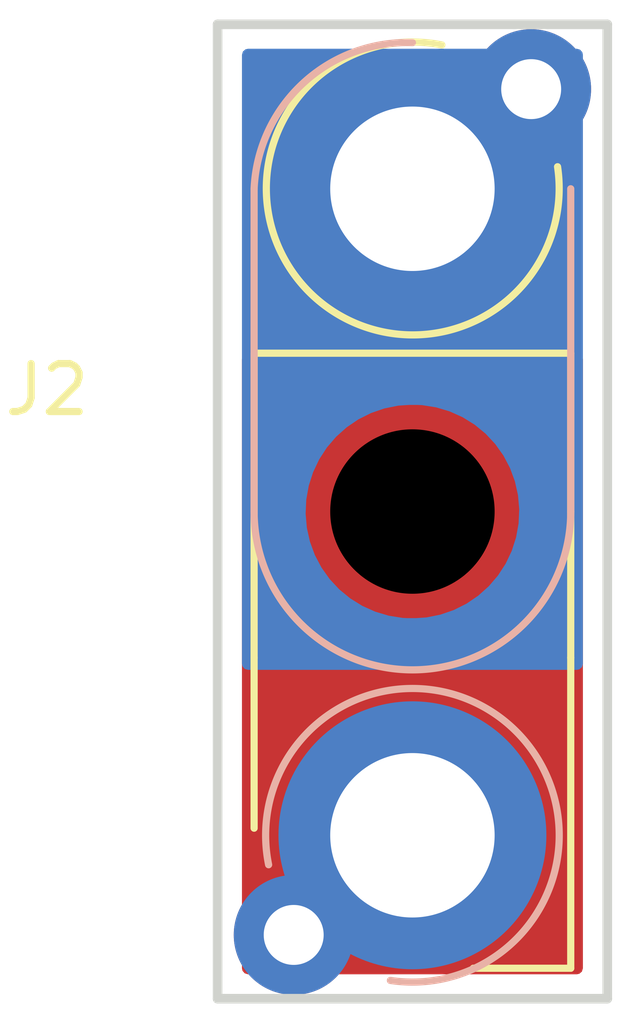
<source format=kicad_pcb>
(kicad_pcb (version 20221018) (generator pcbnew)
  (layers (0 "F.Cu" signal) (31 "B.Cu" signal) (34 "B.Paste" user) (35 "F.Paste" user) (36 "B.SilkS" user "B.Silkscreen") (37 "F.SilkS" user "F.Silkscreen") (38 "B.Mask" user) (39 "F.Mask" user) (44 "Edge.Cuts" user))
  (net 0 "")
  (net 1 "/bot")
  (net 2 "/top")
  (footprint "ScrewSwitchLibrary:ScrewTermMount" (layer "F.Cu") (at 99.06 62.631956 175)
    (fp_text reference "J4" hide)
    (fp_text value "Mount")
    (pad "1" thru_hole circle (at 0 0 175) (size 5.588 5.588) (drill 3.429) (layers "*.Cu" "*.Mask") (net 2 "/top") (clearance 0.508))
    (pad "1" thru_hole circle (at 2.286 -2.286 175) (size 2.5 2.5) (drill 1.25) (layers "*.Cu" "*.Mask") (net 2 "/top"))
  )
  (footprint "ScrewSwitchLibrary:ScrewTermFront" (layer "F.Cu") (at 99.06 55.88)
    (fp_text reference "J3" hide)
    (fp_text value "TopPad" hide)
    (pad "" np_thru_hole circle (at 0 0) (size 6 6) (drill 3.429) (layers "*.Mask"))
  )
  (footprint "ScrewSwitchLibrary:ScrewTermMount" (layer "F.Cu") (at 99.06 49.149 -5)
    (fp_text reference "J1" hide)
    (fp_text value "Mount")
    (pad "1" thru_hole circle (at 0 0 355) (size 5.588 5.588) (drill 3.429) (layers "*.Cu" "*.Mask") (net 1 "/bot") (clearance 0.508))
    (pad "1" thru_hole circle (at 2.286 -2.286 355) (size 2.5 2.5) (drill 1.25) (layers "*.Cu" "*.Mask") (net 1 "/bot"))
  )
  (footprint "ScrewSwitchLibrary:ScrewTermBack" (layer "F.Cu") (at 99.06 55.88)
    (fp_text reference "J2" (at -7.62 -2.54 unlocked) (layer "F.SilkS"))
    (fp_text value "BottomPad")
    (pad "1" smd rect (at 0 0) (size 6 6) (layers "F.Cu" "F.Paste" "F.Mask") (net 2 "/top"))
  )
  (gr_arc (start 95.758 49.149) (mid 96.782022 46.945774) (end 99.06 46.100999) (stroke (width 0.15)) (layer "B.SilkS"))
  (gr_arc (start 102.362001 55.88) (mid 99.06 59.182001) (end 95.757999 55.88) (stroke (width 0.15)) (layer "B.SilkS"))
  (gr_line (start 95.758 49.149) (end 95.757999 55.88) (stroke (width 0.15)) (layer "B.SilkS"))
  (gr_arc (start 96.060519 63.246) (mid 101.16872 60.412219) (end 98.60052 65.659) (stroke (width 0.15)) (layer "B.SilkS"))
  (gr_line (start 102.362001 49.149001) (end 102.362001 55.88) (stroke (width 0.15)) (layer "B.SilkS"))
  (gr_line (start 102.362 65.405) (end 102.362 58.928) (stroke (width 0.15)) (layer "F.SilkS"))
  (gr_line (start 95.758 62.484) (end 95.758 58.928) (stroke (width 0.15)) (layer "F.SilkS"))
  (gr_arc (start 102.087002 48.689523) (mid 96.852567 51.246048) (end 99.674002 46.149522) (stroke (width 0.15)) (layer "F.SilkS"))
  (gr_line (start 102.362 52.578) (end 102.362 58.928) (stroke (width 0.15)) (layer "F.SilkS"))
  (gr_line (start 95.758 52.578) (end 95.758 58.928) (stroke (width 0.15)) (layer "F.SilkS"))
  (gr_line (start 95.758 52.578) (end 102.362 52.578) (stroke (width 0.15)) (layer "F.SilkS"))
  (gr_line (start 102.362 65.405) (end 100.33 65.405) (stroke (width 0.15)) (layer "F.SilkS"))
  (gr_line (start 94.996 45.72) (end 103.124 45.72) (stroke (width 0.2)) (layer "Edge.Cuts"))
  (gr_line (start 94.996 66.04) (end 94.996 45.72) (stroke (width 0.2)) (layer "Edge.Cuts"))
  (gr_line (start 103.124 45.72) (end 103.124 66.04) (stroke (width 0.2)) (layer "Edge.Cuts"))
  (gr_line (start 103.124 66.04) (end 94.996 66.04) (stroke (width 0.2)) (layer "Edge.Cuts"))
  (zone (net 0) (net_name "") (layer "F.Cu") (connect_pads yes (clearance 0)) (min_thickness 0.254)
    (keepout (tracks not_allowed) (vias not_allowed) (pads not_allowed) (copperpour not_allowed) (footprints allowed))
    (fill (thermal_gap 0.508) (thermal_bridge_width 0.508))
    (polygon (pts (xy 103.886 52.578) (xy 94.234 52.578) (xy 94.234 45.212) (xy 103.886 45.212)))
  )
  (zone (net 2) (net_name "/top") (layer "F.Cu") (connect_pads yes (clearance 0.508)) (min_thickness 0.254) (fill yes (thermal_gap 0.508) (thermal_bridge_width 0.508))
    (polygon (pts (xy 103.632 66.294) (xy 94.488 66.294) (xy 94.488 45.466) (xy 103.632 45.466)))
  )
  (zone (net 0) (net_name "") (layer "B.Cu") (connect_pads yes (clearance 0)) (min_thickness 0.254)
    (keepout (tracks not_allowed) (vias not_allowed) (pads not_allowed) (copperpour not_allowed) (footprints allowed))
    (fill (thermal_gap 0.508) (thermal_bridge_width 0.508))
    (polygon (pts (xy 103.886 66.548) (xy 94.234 66.548) (xy 94.234 59.182) (xy 103.886 59.182)))
  )
  (zone (net 1) (net_name "/bot") (layer "B.Cu") (connect_pads yes (clearance 0.508)) (min_thickness 0.254) (fill yes (thermal_gap 0.508) (thermal_bridge_width 0.508))
    (polygon (pts (xy 103.632 66.294) (xy 94.488 66.294) (xy 94.488 45.466) (xy 103.632 45.466)))
  )
)
</source>
